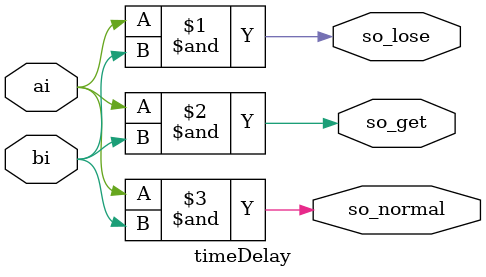
<source format=v>

`timescale 1 ps/ 1 ps

module timeDelay(
	input ai, bi,
	output so_lose, so_get, so_normal);
	assign #200 so_lose = ai & bi;
	assign #50 so_get = ai & bi;
	assign so_normal = ai & bi;
endmodule 
</source>
